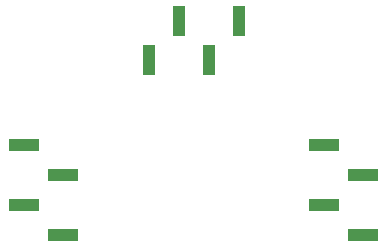
<source format=gbr>
%TF.GenerationSoftware,KiCad,Pcbnew,(5.99.0-3341-g150dc429c)*%
%TF.CreationDate,2020-09-14T09:08:56+02:00*%
%TF.ProjectId,loadCell,6c6f6164-4365-46c6-9c2e-6b696361645f,rev?*%
%TF.SameCoordinates,Original*%
%TF.FileFunction,Paste,Top*%
%TF.FilePolarity,Positive*%
%FSLAX46Y46*%
G04 Gerber Fmt 4.6, Leading zero omitted, Abs format (unit mm)*
G04 Created by KiCad (PCBNEW (5.99.0-3341-g150dc429c)) date 2020-09-14 09:08:56*
%MOMM*%
%LPD*%
G01*
G04 APERTURE LIST*
%ADD10R,2.510000X1.000000*%
%ADD11R,1.000000X2.510000*%
G04 APERTURE END LIST*
D10*
%TO.C,J3*%
X141355000Y-54610000D03*
X141355000Y-49530000D03*
X138045000Y-52070000D03*
X138045000Y-46990000D03*
%TD*%
D11*
%TO.C,J2*%
X130810000Y-36445000D03*
X125730000Y-36445000D03*
X128270000Y-39755000D03*
X123190000Y-39755000D03*
%TD*%
D10*
%TO.C,J1*%
X112645000Y-46990000D03*
X112645000Y-52070000D03*
X115955000Y-49530000D03*
X115955000Y-54610000D03*
%TD*%
M02*

</source>
